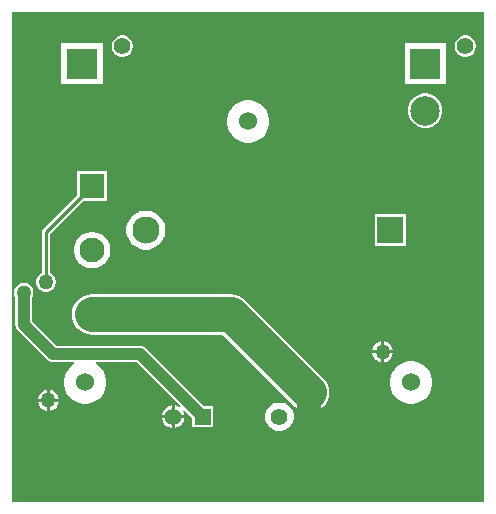
<source format=gbl>
G04*
G04 #@! TF.GenerationSoftware,Altium Limited,Altium Designer,23.10.1 (27)*
G04*
G04 Layer_Physical_Order=2*
G04 Layer_Color=16711680*
%FSLAX25Y25*%
%MOIN*%
G70*
G04*
G04 #@! TF.SameCoordinates,C07C27E9-E0E0-4E4E-9050-A674B6DD9AC8*
G04*
G04*
G04 #@! TF.FilePolarity,Positive*
G04*
G01*
G75*
%ADD13C,0.01000*%
%ADD26C,0.11811*%
%ADD27C,0.07874*%
%ADD28R,0.09843X0.09843*%
%ADD29C,0.09843*%
%ADD30C,0.05512*%
%ADD34C,0.09055*%
%ADD35R,0.09055X0.09055*%
%ADD36R,0.05512X0.05512*%
%ADD38C,0.03937*%
%ADD39R,0.08268X0.08268*%
%ADD40C,0.08268*%
%ADD41C,0.06000*%
%ADD42C,0.05000*%
G36*
X157480Y0D02*
X0D01*
Y163386D01*
X157480D01*
Y0D01*
D02*
G37*
%LPC*%
G36*
X151648Y155433D02*
X150715D01*
X149813Y155192D01*
X149005Y154725D01*
X148346Y154065D01*
X147879Y153257D01*
X147638Y152356D01*
Y151423D01*
X147879Y150522D01*
X148346Y149714D01*
X149005Y149054D01*
X149813Y148588D01*
X150715Y148346D01*
X151648D01*
X152549Y148588D01*
X153357Y149054D01*
X154016Y149714D01*
X154483Y150522D01*
X154724Y151423D01*
Y152356D01*
X154483Y153257D01*
X154016Y154065D01*
X153357Y154725D01*
X152549Y155192D01*
X151648Y155433D01*
D02*
G37*
G36*
X37277D02*
X36345D01*
X35443Y155192D01*
X34635Y154725D01*
X33976Y154065D01*
X33509Y153257D01*
X33268Y152356D01*
Y151423D01*
X33509Y150522D01*
X33976Y149714D01*
X34635Y149054D01*
X35443Y148588D01*
X36345Y148346D01*
X37277D01*
X38179Y148588D01*
X38987Y149054D01*
X39646Y149714D01*
X40113Y150522D01*
X40354Y151423D01*
Y152356D01*
X40113Y153257D01*
X39646Y154065D01*
X38987Y154725D01*
X38179Y155192D01*
X37277Y155433D01*
D02*
G37*
G36*
X144685Y152874D02*
X130905D01*
Y139094D01*
X144685D01*
Y152874D01*
D02*
G37*
G36*
X30315D02*
X16535D01*
Y139094D01*
X30315D01*
Y152874D01*
D02*
G37*
G36*
X138547Y136102D02*
X137044D01*
X135592Y135713D01*
X134290Y134962D01*
X133227Y133899D01*
X132476Y132597D01*
X132087Y131145D01*
Y129642D01*
X132476Y128190D01*
X133227Y126889D01*
X134290Y125826D01*
X135592Y125074D01*
X137044Y124685D01*
X138547D01*
X139999Y125074D01*
X141300Y125826D01*
X142363Y126889D01*
X143115Y128190D01*
X143504Y129642D01*
Y131145D01*
X143115Y132597D01*
X142363Y133899D01*
X141300Y134962D01*
X139999Y135713D01*
X138547Y136102D01*
D02*
G37*
G36*
X79438Y133858D02*
X78042D01*
X76673Y133586D01*
X75383Y133052D01*
X74223Y132276D01*
X73236Y131289D01*
X72460Y130128D01*
X71926Y128839D01*
X71653Y127470D01*
Y126074D01*
X71926Y124705D01*
X72460Y123415D01*
X73236Y122254D01*
X74223Y121267D01*
X75383Y120492D01*
X76673Y119957D01*
X78042Y119685D01*
X79438D01*
X80807Y119957D01*
X82097Y120492D01*
X83258Y121267D01*
X84245Y122254D01*
X85020Y123415D01*
X85554Y124705D01*
X85827Y126074D01*
Y127470D01*
X85554Y128839D01*
X85020Y130128D01*
X84245Y131289D01*
X83258Y132276D01*
X82097Y133052D01*
X80807Y133586D01*
X79438Y133858D01*
D02*
G37*
G36*
X131528Y95866D02*
X120898D01*
Y85236D01*
X131528D01*
Y95866D01*
D02*
G37*
G36*
X45293Y97047D02*
X44014D01*
X42759Y96798D01*
X41576Y96308D01*
X40512Y95597D01*
X39608Y94692D01*
X38897Y93628D01*
X38407Y92446D01*
X38157Y91191D01*
Y89911D01*
X38407Y88656D01*
X38897Y87474D01*
X39608Y86410D01*
X40512Y85505D01*
X41576Y84794D01*
X42759Y84305D01*
X44014Y84055D01*
X45293D01*
X46548Y84305D01*
X47731Y84794D01*
X48794Y85505D01*
X49699Y86410D01*
X50410Y87474D01*
X50900Y88656D01*
X51150Y89911D01*
Y91191D01*
X50900Y92446D01*
X50410Y93628D01*
X49699Y94692D01*
X48794Y95597D01*
X47731Y96308D01*
X46548Y96798D01*
X45293Y97047D01*
D02*
G37*
G36*
X27373Y89961D02*
X26171D01*
X24992Y89726D01*
X23881Y89266D01*
X22882Y88598D01*
X22032Y87748D01*
X21364Y86749D01*
X20904Y85638D01*
X20669Y84459D01*
Y83257D01*
X20904Y82078D01*
X21364Y80968D01*
X22032Y79968D01*
X22882Y79118D01*
X23881Y78450D01*
X24992Y77990D01*
X26171Y77756D01*
X27373D01*
X28552Y77990D01*
X29662Y78450D01*
X30662Y79118D01*
X31512Y79968D01*
X32179Y80968D01*
X32640Y82078D01*
X32874Y83257D01*
Y84459D01*
X32640Y85638D01*
X32179Y86749D01*
X31512Y87748D01*
X30662Y88598D01*
X29662Y89266D01*
X28552Y89726D01*
X27373Y89961D01*
D02*
G37*
G36*
X31693Y110197D02*
X21850D01*
Y102211D01*
X10489Y90849D01*
X10205Y90424D01*
X10105Y89921D01*
Y76266D01*
X9399Y75859D01*
X8787Y75247D01*
X8354Y74497D01*
X8130Y73661D01*
Y72796D01*
X8354Y71960D01*
X8787Y71210D01*
X9399Y70598D01*
X10148Y70165D01*
X10984Y69941D01*
X11850D01*
X12686Y70165D01*
X13436Y70598D01*
X14048Y71210D01*
X14481Y71960D01*
X14705Y72796D01*
Y73661D01*
X14481Y74497D01*
X14048Y75247D01*
X13436Y75859D01*
X12730Y76266D01*
Y89378D01*
X23707Y100354D01*
X31693D01*
Y110197D01*
D02*
G37*
G36*
X124122Y53490D02*
Y50500D01*
X127111D01*
X126883Y51351D01*
X126423Y52149D01*
X125771Y52801D01*
X124973Y53262D01*
X124122Y53490D01*
D02*
G37*
G36*
X123122D02*
X122271Y53262D01*
X121473Y52801D01*
X120821Y52149D01*
X120361Y51351D01*
X120133Y50500D01*
X123122D01*
Y53490D01*
D02*
G37*
G36*
X127111Y49500D02*
X124122D01*
Y46510D01*
X124973Y46738D01*
X125771Y47199D01*
X126423Y47851D01*
X126883Y48649D01*
X127111Y49500D01*
D02*
G37*
G36*
X123122D02*
X120133D01*
X120361Y48649D01*
X120821Y47851D01*
X121473Y47199D01*
X122271Y46738D01*
X123122Y46510D01*
Y49500D01*
D02*
G37*
G36*
X12705Y37348D02*
Y34358D01*
X15694D01*
X15466Y35209D01*
X15005Y36007D01*
X14354Y36659D01*
X13556Y37120D01*
X12705Y37348D01*
D02*
G37*
G36*
X11705D02*
X10854Y37120D01*
X10056Y36659D01*
X9404Y36007D01*
X8943Y35209D01*
X8715Y34358D01*
X11705D01*
Y37348D01*
D02*
G37*
G36*
X133769Y46850D02*
X132373D01*
X131004Y46578D01*
X129714Y46044D01*
X128553Y45268D01*
X127566Y44281D01*
X126791Y43121D01*
X126257Y41831D01*
X125984Y40462D01*
Y39066D01*
X126257Y37697D01*
X126791Y36407D01*
X127566Y35246D01*
X128553Y34259D01*
X129714Y33484D01*
X131004Y32950D01*
X132373Y32677D01*
X133769D01*
X135138Y32950D01*
X136428Y33484D01*
X137588Y34259D01*
X138575Y35246D01*
X139351Y36407D01*
X139885Y37697D01*
X140157Y39066D01*
Y40462D01*
X139885Y41831D01*
X139351Y43121D01*
X138575Y44281D01*
X137588Y45268D01*
X136428Y46044D01*
X135138Y46578D01*
X133769Y46850D01*
D02*
G37*
G36*
X4370Y72972D02*
X3504D01*
X2668Y72748D01*
X1918Y72316D01*
X1306Y71703D01*
X874Y70954D01*
X650Y70118D01*
Y69252D01*
X874Y68416D01*
X1157Y67925D01*
Y59055D01*
X1252Y58336D01*
X1530Y57665D01*
X1971Y57090D01*
X11814Y47247D01*
X12390Y46805D01*
X13060Y46528D01*
X13780Y46433D01*
X20735D01*
X20887Y45933D01*
X19892Y45268D01*
X18905Y44281D01*
X18129Y43121D01*
X17595Y41831D01*
X17323Y40462D01*
Y39066D01*
X17595Y37697D01*
X18129Y36407D01*
X18905Y35246D01*
X19892Y34259D01*
X21053Y33484D01*
X22342Y32950D01*
X23711Y32677D01*
X25107D01*
X26476Y32950D01*
X27766Y33484D01*
X28927Y34259D01*
X29914Y35246D01*
X30689Y36407D01*
X31224Y37697D01*
X31496Y39066D01*
Y40462D01*
X31224Y41831D01*
X30689Y43121D01*
X29914Y44281D01*
X28927Y45268D01*
X27932Y45933D01*
X28084Y46433D01*
X41565D01*
X56099Y31899D01*
X55792Y31499D01*
X55190Y31846D01*
X54240Y32101D01*
Y28846D01*
X57495D01*
X57240Y29796D01*
X56892Y30399D01*
X57292Y30706D01*
X60039Y27959D01*
Y24803D01*
X67126D01*
Y31890D01*
X63970D01*
X44682Y51178D01*
X44106Y51620D01*
X43436Y51898D01*
X42717Y51992D01*
X14931D01*
X6717Y60207D01*
Y67925D01*
X7000Y68416D01*
X7224Y69252D01*
Y70118D01*
X7000Y70954D01*
X6568Y71703D01*
X5956Y72316D01*
X5206Y72748D01*
X4370Y72972D01*
D02*
G37*
G36*
X15694Y33358D02*
X12705D01*
Y30369D01*
X13556Y30597D01*
X14354Y31058D01*
X15005Y31709D01*
X15466Y32507D01*
X15694Y33358D01*
D02*
G37*
G36*
X11705D02*
X8715D01*
X8943Y32507D01*
X9404Y31709D01*
X10056Y31058D01*
X10854Y30597D01*
X11705Y30369D01*
Y33358D01*
D02*
G37*
G36*
X72992Y69166D02*
X26772D01*
X25460Y69037D01*
X24198Y68654D01*
X23035Y68033D01*
X22016Y67196D01*
X21180Y66177D01*
X20558Y65015D01*
X20176Y63753D01*
X20046Y62441D01*
X20176Y61129D01*
X20558Y59867D01*
X21180Y58705D01*
X22016Y57685D01*
X23035Y56849D01*
X24198Y56228D01*
X25460Y55845D01*
X26772Y55716D01*
X70206D01*
X94260Y31662D01*
X95279Y30825D01*
X96442Y30204D01*
X97704Y29821D01*
X99016Y29692D01*
X100328Y29821D01*
X101589Y30204D01*
X102752Y30825D01*
X103771Y31662D01*
X104608Y32681D01*
X105229Y33844D01*
X105612Y35105D01*
X105741Y36417D01*
X105612Y37729D01*
X105229Y38991D01*
X104608Y40154D01*
X103771Y41173D01*
X77748Y67196D01*
X76728Y68033D01*
X75566Y68654D01*
X74304Y69037D01*
X72992Y69166D01*
D02*
G37*
G36*
X53240Y32101D02*
X52290Y31846D01*
X51434Y31352D01*
X50735Y30653D01*
X50240Y29796D01*
X49986Y28846D01*
X53240D01*
Y32101D01*
D02*
G37*
G36*
X57495Y27847D02*
X54240D01*
Y24592D01*
X55190Y24847D01*
X56046Y25341D01*
X56746Y26040D01*
X57240Y26897D01*
X57495Y27847D01*
D02*
G37*
G36*
X53240D02*
X49986D01*
X50240Y26897D01*
X50735Y26040D01*
X51434Y25341D01*
X52290Y24847D01*
X53240Y24592D01*
Y27847D01*
D02*
G37*
G36*
X89795Y33071D02*
X88551D01*
X87350Y32749D01*
X86272Y32127D01*
X85393Y31247D01*
X84771Y30170D01*
X84449Y28968D01*
Y27724D01*
X84771Y26523D01*
X85393Y25446D01*
X86272Y24566D01*
X87350Y23944D01*
X88551Y23622D01*
X89795D01*
X90997Y23944D01*
X92074Y24566D01*
X92954Y25446D01*
X93576Y26523D01*
X93898Y27724D01*
Y28968D01*
X93576Y30170D01*
X92954Y31247D01*
X92074Y32127D01*
X90997Y32749D01*
X89795Y33071D01*
D02*
G37*
%LPD*%
D13*
X11417Y73228D02*
Y89921D01*
X26772Y105276D01*
D26*
X72992Y62441D02*
X99016Y36417D01*
X26772Y62441D02*
X72992D01*
D27*
X99016Y28346D02*
Y36417D01*
D28*
X23425Y145984D02*
D03*
X137795D02*
D03*
D29*
X23425Y130394D02*
D03*
X137795D02*
D03*
D30*
X36811Y151890D02*
D03*
X151181D02*
D03*
X53740Y28346D02*
D03*
X89173D02*
D03*
D34*
X44653Y90551D02*
D03*
D35*
X126213D02*
D03*
D36*
X63583Y28346D02*
D03*
X99016D02*
D03*
D38*
X42717Y49213D02*
X63583Y28346D01*
X3937Y59055D02*
X13780Y49213D01*
X42717D01*
X3937Y59055D02*
Y69685D01*
D39*
X26772Y105276D02*
D03*
D40*
Y83858D02*
D03*
Y62441D02*
D03*
D41*
X78740Y126772D02*
D03*
X133071Y39764D02*
D03*
X24409D02*
D03*
D42*
X11417Y73228D02*
D03*
X3937Y69685D02*
D03*
X12205Y33858D02*
D03*
X21457Y13780D02*
D03*
X12795Y22441D02*
D03*
X4528Y13780D02*
D03*
X21260Y22441D02*
D03*
X12795Y4724D02*
D03*
X4331D02*
D03*
X12992Y13780D02*
D03*
X21260Y4724D02*
D03*
X4331Y22441D02*
D03*
X123622Y50000D02*
D03*
M02*

</source>
